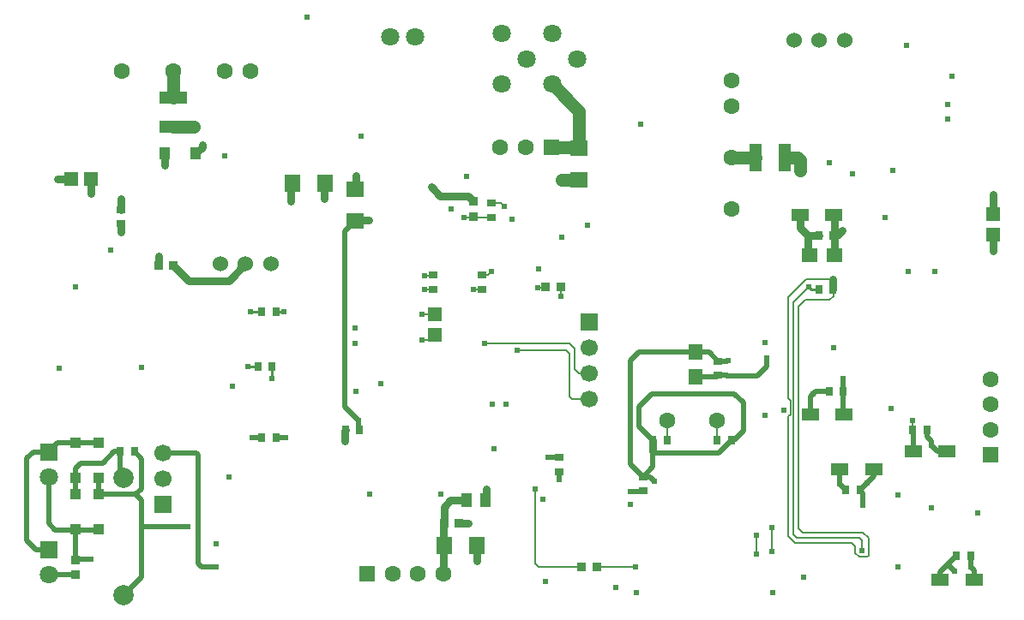
<source format=gbl>
G04 Layer: BottomLayer*
G04 EasyEDA Pro v2.2.42.2, 2025-09-26 15:24:21*
G04 Gerber Generator version 0.3*
G04 Scale: 100 percent, Rotated: No, Reflected: No*
G04 Dimensions in millimeters*
G04 Leading zeros omitted, absolute positions, 4 integers and 5 decimals*
G04 Generated by one-click*
%FSLAX45Y45*%
%MOMM*%
%ADD10R,0.8X0.9*%
%ADD11R,0.9X0.8*%
%ADD12R,1.35001X1.41*%
%ADD13R,1.72799X1.48501*%
%ADD14R,1.7575X1.29601*%
%ADD15R,1.5X1.3589*%
%ADD16R,1.3629X1.5*%
%ADD17R,1.3589X1.5*%
%ADD18R,1.8X1.8*%
%ADD19C,1.8*%
%ADD20R,1.0X1.2*%
%ADD21C,2.0*%
%ADD22R,1.0X1.1*%
%ADD23R,1.7X1.7*%
%ADD24C,1.7*%
%ADD25R,0.80648X0.86401*%
%ADD26R,0.86401X0.80648*%
%ADD27C,1.524*%
%ADD28R,1.6X1.6*%
%ADD29C,1.6*%
%ADD30R,1.6X1.524*%
%ADD31R,1.48501X1.72799*%
%ADD32R,1.13254X1.37701*%
%ADD33R,1.28252X2.808*%
%ADD34R,2.808X1.28252*%
%ADD35R,1.41X1.35001*%
%ADD36R,1.524X1.6*%
%ADD37C,0.61*%
%ADD38C,0.6096*%
%ADD39C,1.27*%
%ADD40C,0.762*%
%ADD41C,0.254*%
%ADD42C,0.508*%
%ADD43C,0.2032*%
G75*


G04 Pad Start*
G54D10*
G01X3333598Y-4419600D03*
G01X3473602Y-4419600D03*
G54D11*
G01X4203700Y-3029102D03*
G01X4203700Y-2889098D03*
G01X4686300Y-2889098D03*
G01X4686300Y-3029102D03*
G01X4775200Y-2317902D03*
G01X4775200Y-2177898D03*
G54D12*
G01X4216400Y-3478200D03*
G01X4216400Y-3278200D03*
G54D13*
G01X5638800Y-1631442D03*
G01X5638800Y-1949958D03*
G54D11*
G01X1117600Y-2241398D03*
G01X1117600Y-2381402D03*
G54D10*
G01X7003898Y-4521200D03*
G01X7143902Y-4521200D03*
G01X6368898Y-4521200D03*
G01X6508902Y-4521200D03*
G01X8147202Y-2501900D03*
G01X8007198Y-2501900D03*
G01X8007198Y-3035300D03*
G01X8147202Y-3035300D03*
G01X8248802Y-4038600D03*
G01X8108798Y-4038600D03*
G01X8273898Y-5016500D03*
G01X8413902Y-5016500D03*
G54D14*
G01X8213369Y-4813300D03*
G01X8550631Y-4813300D03*
G01X8258531Y-4267200D03*
G01X7921269Y-4267200D03*
G01X8156931Y-2298700D03*
G01X7819669Y-2298700D03*
G54D11*
G01X7010400Y-3880002D03*
G01X7010400Y-3739998D03*
G54D15*
G01X8159090Y-2692400D03*
G01X7919110Y-2692400D03*
G54D17*
G01X6794500Y-3891890D03*
G01X6794500Y-3651910D03*
G54D11*
G01X6273800Y-5023002D03*
G01X6273800Y-4882998D03*
G01X5448300Y-4832502D03*
G01X5448300Y-4692498D03*
G54D10*
G01X1111098Y-4635500D03*
G01X1251102Y-4635500D03*
G01X2649652Y-4495259D03*
G01X2509647Y-4495259D03*
G01X2469998Y-3797300D03*
G01X2610002Y-3797300D03*
G01X2506548Y-3251741D03*
G01X2646553Y-3251741D03*
G54D18*
G01X406400Y-4637507D03*
G54D19*
G01X406400Y-4887493D03*
G54D18*
G01X406400Y-5602707D03*
G54D19*
G01X406400Y-5852693D03*
G54D20*
G01X1546809Y-1689100D03*
G01X1856791Y-1689100D03*
G54D21*
G01X1143000Y-4893691D03*
G01X1143000Y-6053709D03*
G54D22*
G01X901700Y-5058905D03*
G01X901700Y-5405895D03*
G01X673100Y-5405895D03*
G01X673100Y-5058905D03*
G01X673100Y-4550905D03*
G01X673100Y-4897895D03*
G01X901700Y-4897895D03*
G01X901700Y-4550905D03*
G54D23*
G01X1529406Y-5154381D03*
G54D24*
G01X1529406Y-4900381D03*
G01X1529406Y-4646381D03*
G54D25*
G01X5309464Y-3009900D03*
G01X5460136Y-3009900D03*
G54D26*
G01X4597400Y-2159864D03*
G01X4597400Y-2310536D03*
G54D27*
G01X8013687Y-571500D03*
G01X8263700Y-571500D03*
G01X7763701Y-571500D03*
G01X2349487Y-2781300D03*
G01X2599500Y-2781300D03*
G01X2099501Y-2781300D03*
G54D25*
G01X5815736Y-5778500D03*
G01X5665064Y-5778500D03*
G54D26*
G01X673100Y-5853836D03*
G01X673100Y-5703164D03*
G54D19*
G01X4874966Y-503131D03*
G01X5374965Y-503131D03*
G01X5124978Y-753118D03*
G01X5624977Y-753118D03*
G01X4874966Y-1003130D03*
G01X5374965Y-1003130D03*
G54D28*
G01X5372100Y-1625600D03*
G54D29*
G01X5118100Y-1625600D03*
G01X4864100Y-1625600D03*
G01X7146280Y-969340D03*
G01X7146280Y-1223340D03*
G01X7146280Y-1731340D03*
G01X7146280Y-2239340D03*
G01X2400300Y-876300D03*
G01X2146300Y-876300D03*
G01X1638300Y-876300D03*
G01X1130300Y-876300D03*
G01X9702800Y-3917594D03*
G01X9702800Y-4167607D03*
G01X9702800Y-4417593D03*
G54D30*
G01X9702800Y-4667606D03*
G54D13*
G01X3429000Y-2356358D03*
G01X3429000Y-2037842D03*
G54D31*
G01X3131058Y-1981200D03*
G01X2812542Y-1981200D03*
G54D23*
G01X5740400Y-3352800D03*
G54D24*
G01X5740400Y-3606800D03*
G01X5740400Y-3860800D03*
G01X5740400Y-4114800D03*
G54D31*
G01X4311142Y-5562600D03*
G01X4629658Y-5562600D03*
G54D32*
G01X4719422Y-5118100D03*
G01X4526178Y-5118100D03*
G54D25*
G01X4306164Y-5346700D03*
G01X4456836Y-5346700D03*
G54D33*
G01X7675220Y-1727200D03*
G01X7386980Y-1727200D03*
G54D34*
G01X1638300Y-1426820D03*
G01X1638300Y-1138580D03*
G54D12*
G01X9728200Y-2487600D03*
G01X9728200Y-2287600D03*
G54D35*
G01X823900Y-1943100D03*
G01X623900Y-1943100D03*
G54D25*
G01X1637436Y-2794000D03*
G01X1486764Y-2794000D03*
G54D14*
G01X8937269Y-4635500D03*
G01X9274531Y-4635500D03*
G54D10*
G01X8934298Y-4419600D03*
G01X9074302Y-4419600D03*
G54D29*
G01X4299306Y-5842000D03*
G01X4049293Y-5842000D03*
G01X3799307Y-5842000D03*
G54D36*
G01X3549294Y-5842000D03*
G54D19*
G01X3773805Y-533400D03*
G01X4023995Y-533400D03*
G54D29*
G01X7001408Y-4330700D03*
G01X6511392Y-4330700D03*
G54D14*
G01X9541231Y-5905500D03*
G01X9203969Y-5905500D03*
G54D10*
G01X9506102Y-5664200D03*
G01X9366098Y-5664200D03*
G04 Pad End*

G04 Via Start*
G54D37*
G01X7823200Y-1854200D03*
G01X1841500Y-1422400D03*
G01X8337702Y-1892300D03*
G01X8737600Y-1854200D03*
G01X1923898Y-1600200D03*
G01X9283700Y-1346200D03*
G01X9729597Y-2654300D03*
G01X1116860Y-2133600D03*
G01X817695Y-2082800D03*
G01X1549400Y-1803400D03*
G01X673100Y-3009603D03*
G01X2374900Y-3797300D03*
G01X825500Y-5699768D03*
G01X2057400Y-5778500D03*
G01X1778000Y-5380990D03*
G01X2057400Y-5549900D03*
G01X2184400Y-4889500D03*
G01X2743200Y-4495259D03*
G01X2413000Y-4495259D03*
G54D38*
G01X2222500Y-3987800D03*
G01X2610002Y-3911600D03*
G01X2730500Y-3251741D03*
G01X2400300Y-3251741D03*
G01X507987Y-3810000D03*
G01X1016000Y-2641600D03*
G01X1117600Y-2463800D03*
G01X1487297Y-2705100D03*
G01X495300Y-1943100D03*
G01X2146300Y-1714500D03*
G01X2959100Y-342900D03*
G01X3568700Y-2349500D03*
G01X3441700Y-1905000D03*
G01X3124200Y-2138230D03*
G01X2794000Y-2159000D03*
G01X3492500Y-1513563D03*
G01X4533900Y-1917700D03*
G01X6248604Y-1394103D03*
G01X8115300Y-1778000D03*
G01X9283700Y-1199998D03*
G01X8877300Y-622300D03*
G01X9321800Y-925805D03*
G01X9728200Y-2095500D03*
G01X9156700Y-2849695D03*
G01X8890000Y-2857787D03*
G01X8661400Y-2323803D03*
G01X3569564Y-5054600D03*
G01X4279900Y-5054600D03*
G01X4546600Y-5346700D03*
G01X4635500Y-5715000D03*
G01X4724400Y-5003800D03*
G01X3327400Y-4533900D03*
G01X3441700Y-4038600D03*
G01X3683000Y-3962400D03*
G01X6146800Y-5029200D03*
G01X5448300Y-4914900D03*
G01X3429000Y-3416300D03*
G01X3429000Y-3562502D03*
G01X4089400Y-3276600D03*
G01X4089400Y-3530600D03*
G01X4114800Y-2895600D03*
G01X4114800Y-3035300D03*
G01X4179900Y-2019300D03*
G01X4379900Y-2237262D03*
G01X4507306Y-2324100D03*
G01X4902200Y-2209800D03*
G01X5473700Y-2514600D03*
G01X4978400Y-2338197D03*
G01X5721502Y-2400300D03*
G01X5473700Y-1949958D03*
G01X4775200Y-2857500D03*
G01X4597400Y-3035300D03*
G01X5245100Y-2832100D03*
G01X5232400Y-3012694D03*
G01X5460136Y-3098800D03*
G01X4787900Y-4165600D03*
G01X4921402Y-4165600D03*
G01X5029200Y-3632200D03*
G01X4711700Y-3568700D03*
G01X5308600Y-5918200D03*
G01X5283200Y-5105400D03*
G01X5334000Y-4692498D03*
G01X5207000Y-5003800D03*
G01X6197600Y-5778500D03*
G01X6210300Y-6032500D03*
G01X6001258Y-5981700D03*
G01X6146800Y-5156200D03*
G01X1320800Y-3804158D03*
G01X7556500Y-6032500D03*
G01X7861300Y-5880100D03*
G01X8242300Y-2451100D03*
G01X7899400Y-2501900D03*
G01X8147202Y-2933700D03*
G01X7912100Y-3009900D03*
G01X7663790Y-4222090D03*
G01X6388100Y-4927600D03*
G01X6368898Y-4635500D03*
G01X7086600Y-3880002D03*
G01X7112000Y-3733800D03*
G01X7493000Y-3708400D03*
G01X7480300Y-3556000D03*
G01X7480300Y-4279900D03*
G01X8153400Y-3606800D03*
G01X8248396Y-3911600D03*
G01X7948616Y-4065584D03*
G01X8724900Y-4205300D03*
G01X8934298Y-4330700D03*
G01X9118600Y-4575816D03*
G01X8213369Y-4955972D03*
G01X8445500Y-5168900D03*
G01X8484990Y-4945413D03*
G01X9575800Y-5243500D03*
G01X8788400Y-5778500D03*
G01X8788400Y-5067300D03*
G01X4800600Y-4610100D03*
G01X8432800Y-5613400D03*
G01X3467100Y-4330700D03*
G01X9512300Y-5778500D03*
G01X9347200Y-5816600D03*
G01X9118600Y-5192903D03*
G01X7393417Y-5651500D03*
G01X7393417Y-5461000D03*
G01X7543800Y-5384800D03*
G01X7543800Y-5626100D03*
G04 Via End*

G04 Track Start*
G54D39*
G01X5374965Y-1003130D02*
G01X5638800Y-1266966D01*
G01X5638800Y-1631442D01*
G01X5632958Y-1625600D01*
G01X5372100Y-1625600D01*
G01X7675220Y-1727200D02*
G01X7797800Y-1727200D01*
G01X7823200Y-1752600D01*
G01X7823200Y-1854200D01*
G01X7146280Y-1731340D02*
G01X7382840Y-1731340D01*
G01X7386980Y-1727200D01*
G01X1841500Y-1422400D02*
G01X1837080Y-1426820D01*
G01X1638300Y-1426820D01*
G01X1638300Y-1138580D02*
G01X1638300Y-876300D01*
G54D40*
G01X9729597Y-2654300D02*
G01X9729597Y-2488997D01*
G01X9728200Y-2487600D01*
G01X1117600Y-2241398D02*
G01X1117600Y-2134340D01*
G01X1116860Y-2133600D01*
G01X817695Y-2082800D02*
G01X817695Y-1949305D01*
G01X823900Y-1943100D01*
G01X1546809Y-1689100D02*
G01X1549400Y-1691691D01*
G01X1549400Y-1803400D01*
G54D41*
G01X2469998Y-3797300D02*
G01X2374900Y-3797300D01*
G54D42*
G01X406400Y-4637507D02*
G01X493001Y-4550905D01*
G01X673100Y-4550905D01*
G01X901700Y-4550905D01*
G01X406400Y-4637507D02*
G01X251993Y-4637507D01*
G01X190500Y-4699000D01*
G01X190500Y-5511800D01*
G01X281407Y-5602707D02*
G01X406400Y-5602707D01*
G01X190500Y-5511800D02*
G01X281407Y-5602707D01*
G01X673100Y-4897895D02*
G01X673100Y-5058905D01*
G01X901700Y-4897895D02*
G01X901700Y-5058905D01*
G01X406400Y-4887493D02*
G01X406400Y-5346700D01*
G01X469900Y-5410200D01*
G01X897395Y-5410200D02*
G01X901700Y-5405895D01*
G01X406400Y-5852693D02*
G01X671957Y-5852693D01*
G01X673100Y-5853836D01*
G01X673100Y-5703164D02*
G01X673100Y-5410200D01*
G01X673100Y-5405895D01*
G01X469900Y-5410200D02*
G01X673100Y-5410200D01*
G01X897395Y-5410200D01*
G01X1143000Y-4893691D02*
G01X1111098Y-4861789D01*
G01X1111098Y-4635500D01*
G01X901700Y-5058905D02*
G01X1265695Y-5058905D01*
G01X1320800Y-5003800D01*
G01X1320800Y-4705198D01*
G01X1251102Y-4635500D01*
G01X1265695Y-5058905D02*
G01X1320800Y-5114011D01*
G01X1320800Y-5875909D02*
G01X1143000Y-6053709D01*
G01X673100Y-4897895D02*
G01X673100Y-4800600D01*
G01X723900Y-4749800D01*
G01X939800Y-4749800D01*
G01X1054100Y-4635500D02*
G01X1111098Y-4635500D01*
G01X939800Y-4749800D02*
G01X1054100Y-4635500D01*
G01X825500Y-5699768D02*
G01X676496Y-5699768D01*
G01X673100Y-5703164D01*
G01X1778000Y-5380990D02*
G01X1323981Y-5380990D01*
G01X1320800Y-5384171D01*
G01X1320800Y-5114011D02*
G01X1320800Y-5384171D01*
G01X1320800Y-5875909D01*
G01X1861946Y-4646381D02*
G01X1879600Y-4664035D01*
G01X1879600Y-5740400D02*
G01X1917700Y-5778500D01*
G01X2057400Y-5778500D01*
G01X1529406Y-4646381D02*
G01X1861946Y-4646381D01*
G01X1879600Y-4664035D02*
G01X1879600Y-5740400D01*
G01X2649652Y-4495259D02*
G01X2743200Y-4495259D01*
G01X2509647Y-4495259D02*
G01X2413000Y-4495259D01*
G54D41*
G01X2610002Y-3797300D02*
G01X2610002Y-3911600D01*
G01X2646553Y-3251741D02*
G01X2730500Y-3251741D01*
G01X2506548Y-3251741D02*
G01X2400300Y-3251741D01*
G54D40*
G01X1117600Y-2381402D02*
G01X1117600Y-2463800D01*
G01X1487297Y-2705100D02*
G01X1487297Y-2793467D01*
G01X1486764Y-2794000D01*
G01X623900Y-1943100D02*
G01X495300Y-1943100D01*
G01X1637436Y-2794000D02*
G01X1789836Y-2946400D01*
G01X2184387Y-2946400D02*
G01X2349487Y-2781300D01*
G01X1789836Y-2946400D02*
G01X2184387Y-2946400D01*
G01X1856791Y-1689100D02*
G01X1923898Y-1621993D01*
G01X1923898Y-1600200D01*
G01X3568700Y-2349500D02*
G01X3435858Y-2349500D01*
G01X3429000Y-2356358D01*
G01X3429000Y-2037842D02*
G01X3441700Y-2025142D01*
G01X3441700Y-1905000D01*
G01X3124200Y-2138230D02*
G01X3124200Y-1988058D01*
G01X3131058Y-1981200D01*
G01X2794000Y-2159000D02*
G01X2794000Y-1999742D01*
G01X2812542Y-1981200D01*
G01X9728200Y-2287600D02*
G01X9728200Y-2095500D01*
G01X4456836Y-5346700D02*
G01X4546600Y-5346700D01*
G01X4629658Y-5562600D02*
G01X4635500Y-5568442D01*
G01X4635500Y-5715000D01*
G01X4299306Y-5353558D02*
G01X4306164Y-5346700D01*
G01X4306164Y-5180736D01*
G01X4368800Y-5118100D01*
G01X4526178Y-5118100D01*
G01X4299306Y-5842000D02*
G01X4299306Y-5353558D01*
G01X4719422Y-5118100D02*
G01X4724400Y-5113122D01*
G01X4724400Y-5003800D01*
G01X3327400Y-4533900D02*
G01X3327400Y-4425798D01*
G01X3333598Y-4419600D01*
G54D42*
G01X6146800Y-5029200D02*
G01X6267602Y-5029200D01*
G01X6273800Y-5023002D01*
G01X5448300Y-4832502D02*
G01X5448300Y-4914900D01*
G54D43*
G01X4089400Y-3276600D02*
G01X4214800Y-3276600D01*
G01X4216400Y-3278200D01*
G01X4216400Y-3478200D02*
G01X4164000Y-3530600D01*
G01X4089400Y-3530600D01*
G01X4203700Y-2889098D02*
G01X4197198Y-2895600D01*
G01X4114800Y-2895600D01*
G01X4114800Y-3035300D02*
G01X4197502Y-3035300D01*
G01X4203700Y-3029102D01*
G01X4769002Y-2324100D02*
G01X4775200Y-2317902D01*
G01X4507306Y-2324100D02*
G01X4769002Y-2324100D01*
G54D40*
G01X4597400Y-2159864D02*
G01X4545736Y-2108200D01*
G01X4268800Y-2108200D02*
G01X4179900Y-2019300D01*
G01X4545736Y-2108200D02*
G01X4268800Y-2108200D01*
G54D43*
G01X4775200Y-2177898D02*
G01X4870298Y-2177898D01*
G01X4902200Y-2209800D01*
G54D39*
G01X5638800Y-1949958D02*
G01X5473700Y-1949958D01*
G54D43*
G01X4686300Y-2889098D02*
G01X4743602Y-2889098D01*
G01X4775200Y-2857500D01*
G01X4686300Y-3029102D02*
G01X4680102Y-3035300D01*
G01X4597400Y-3035300D01*
G01X5232400Y-3012694D02*
G01X5306670Y-3012694D01*
G01X5309464Y-3009900D01*
G01X5460136Y-3009900D02*
G01X5460136Y-3098800D01*
G01X5575300Y-4114800D02*
G01X5549900Y-4089400D01*
G01X5549900Y-3670812D01*
G01X5511288Y-3632200D01*
G01X5029200Y-3632200D01*
G01X5740400Y-4114800D02*
G01X5575300Y-4114800D01*
G01X4711700Y-3568700D02*
G01X5549900Y-3568700D01*
G01X5600700Y-3822700D02*
G01X5638800Y-3860800D01*
G01X5740400Y-3860800D01*
G01X5549900Y-3568700D02*
G01X5600700Y-3619500D01*
G01X5600700Y-3822700D01*
G54D42*
G01X5448300Y-4692498D02*
G01X5334000Y-4692498D01*
G54D43*
G01X5207000Y-5003800D02*
G01X5207000Y-5740400D01*
G01X5245100Y-5778500D01*
G01X5665064Y-5778500D01*
G01X5815736Y-5778500D02*
G01X6197600Y-5778500D01*
G54D40*
G01X8156931Y-2298700D02*
G01X8159090Y-2300859D01*
G01X8191500Y-2501900D02*
G01X8242300Y-2451100D01*
G01X8147202Y-2501900D02*
G01X8159090Y-2501900D01*
G01X8191500Y-2501900D01*
G01X8159090Y-2300859D02*
G01X8159090Y-2501900D01*
G01X8159090Y-2692400D01*
G01X7899400Y-2501900D02*
G01X8007198Y-2501900D01*
G01X7819669Y-2298700D02*
G01X7819669Y-2422169D01*
G01X7899400Y-2501900D01*
G01X7919110Y-2692400D02*
G01X7899400Y-2672690D01*
G01X7899400Y-2501900D01*
G01X8147202Y-3035300D02*
G01X8147202Y-2933700D01*
G54D41*
G01X8007198Y-3035300D02*
G01X7937500Y-3035300D01*
G01X7912100Y-3009900D01*
G54D43*
G01X6508902Y-4521200D02*
G01X6511392Y-4518711D01*
G01X6511392Y-4330700D01*
G01X7003898Y-4521200D02*
G01X7003898Y-4333189D01*
G01X7001408Y-4330700D01*
G54D40*
G01X6368898Y-4521200D02*
G01X6368898Y-4635500D01*
G54D42*
G01X6368898Y-4521200D02*
G01X6235700Y-4388002D01*
G01X7175500Y-4064000D02*
G01X7264400Y-4152900D01*
G01X7264400Y-4432300D01*
G01X7175500Y-4521200D01*
G01X7143902Y-4521200D01*
G01X6235700Y-4388002D02*
G01X6235700Y-4191000D01*
G01X6362700Y-4064000D01*
G01X7175500Y-4064000D01*
G01X7143902Y-4521200D02*
G01X7084538Y-4580565D01*
G01X7084538Y-4583034D01*
G01X7060731Y-4606840D01*
G01X7058262Y-4606840D01*
G01X7016902Y-4648200D01*
G01X6794500Y-3891890D02*
G01X6998513Y-3891890D01*
G01X7010400Y-3880002D01*
G01X7086600Y-3880002D01*
G01X6794500Y-3651910D02*
G01X6922313Y-3651910D01*
G01X7010400Y-3739998D01*
G01X7105802Y-3739998D01*
G01X7112000Y-3733800D01*
G01X7493000Y-3708400D02*
G01X7493000Y-3797300D01*
G01X7404100Y-3886200D01*
G01X7092798Y-3886200D01*
G01X7086600Y-3880002D01*
G01X6273800Y-4882998D02*
G01X6343498Y-4882998D01*
G01X6388100Y-4927600D01*
G01X8248396Y-3911600D02*
G01X8248396Y-4038194D01*
G01X8248802Y-4038600D01*
G01X8248802Y-4257472D01*
G01X8258531Y-4267200D01*
G01X8937269Y-4635500D02*
G01X8937269Y-4422572D01*
G01X8934298Y-4419600D01*
G54D43*
G01X8934298Y-4419600D02*
G01X8934298Y-4330700D01*
G54D42*
G01X8213369Y-4813300D02*
G01X8213369Y-4955972D01*
G01X8273898Y-5016500D01*
G01X8445500Y-5168900D02*
G01X8445500Y-5048098D01*
G01X8413902Y-5016500D01*
G01X8550631Y-4879772D02*
G01X8550631Y-4813300D01*
G01X8413902Y-5016500D02*
G01X8484990Y-4945413D01*
G01X8550631Y-4879772D01*
G54D43*
G01X8407400Y-5486400D02*
G01X8432800Y-5511800D01*
G01X8432800Y-5613400D01*
G01X7759700Y-5456135D02*
G01X7789965Y-5486400D01*
G01X8407400Y-5486400D01*
G01X7759700Y-3162300D02*
G01X7759700Y-5456135D01*
G01X7912100Y-3009900D02*
G01X7759700Y-3162300D01*
G54D42*
G01X3467100Y-4330700D02*
G01X3467100Y-4413098D01*
G01X3473602Y-4419600D01*
G01X3467100Y-4330700D02*
G01X3327400Y-4191000D01*
G01X3327400Y-2457958D02*
G01X3429000Y-2356358D01*
G01X3327400Y-4191000D02*
G01X3327400Y-2457958D01*
G01X6381598Y-4648200D02*
G01X6368898Y-4635500D01*
G01X7016902Y-4648200D02*
G01X6381598Y-4648200D01*
G01X6273800Y-4882998D02*
G01X6368898Y-4787900D01*
G01X6368898Y-4635500D01*
G01X6273800Y-4882998D02*
G01X6146800Y-4755998D01*
G01X6228690Y-3651910D02*
G01X6794500Y-3651910D01*
G01X6146800Y-4755998D02*
G01X6146800Y-3733800D01*
G01X6228690Y-3651910D01*
G54D43*
G01X8147202Y-2933700D02*
G01X7886700Y-2933700D01*
G01X7708900Y-3111500D02*
G01X7708900Y-4110653D01*
G01X7886700Y-2933700D02*
G01X7708900Y-3111500D01*
G01X7708900Y-4110653D02*
G01X7729220Y-4130973D01*
G01X8153400Y-3041498D02*
G01X8147202Y-3035300D01*
G01X8153400Y-3098800D02*
G01X8153400Y-3041498D01*
G01X8115300Y-3136900D02*
G01X8153400Y-3098800D01*
G01X7874000Y-3136900D02*
G01X8115300Y-3136900D01*
G01X7810500Y-3200400D02*
G01X7874000Y-3136900D01*
G01X7810500Y-5397500D02*
G01X7810500Y-3200400D01*
G01X7848600Y-5435600D02*
G01X7810500Y-5397500D01*
G01X8445500Y-5435600D02*
G01X7848600Y-5435600D01*
G01X8497969Y-5488069D02*
G01X8445500Y-5435600D01*
G01X8497969Y-5662531D02*
G01X8497969Y-5488069D01*
G01X8483600Y-5676900D02*
G01X8497969Y-5662531D01*
G01X8407400Y-5676900D02*
G01X8483600Y-5676900D01*
G01X8369300Y-5638800D02*
G01X8407400Y-5676900D01*
G01X8369300Y-5575300D02*
G01X8369300Y-5638800D01*
G01X8331200Y-5537200D02*
G01X8369300Y-5575300D01*
G01X7772400Y-5537200D02*
G01X8331200Y-5537200D01*
G01X7708900Y-5473700D02*
G01X7772400Y-5537200D01*
G01X7708900Y-4287234D02*
G01X7708900Y-5473700D01*
G01X7729220Y-4266914D02*
G01X7708900Y-4287234D01*
G01X7729220Y-4130973D02*
G01X7729220Y-4266914D01*
G54D42*
G01X7921269Y-4092931D02*
G01X7948616Y-4065584D01*
G01X7921269Y-4267200D02*
G01X7921269Y-4092931D01*
G01X7975600Y-4038600D02*
G01X8108798Y-4038600D01*
G01X7948616Y-4065584D02*
G01X7975600Y-4038600D01*
G01X9512300Y-5778500D02*
G01X9512300Y-5670398D01*
G01X9506102Y-5664200D01*
G01X9512300Y-5778500D02*
G01X9541231Y-5807431D01*
G01X9541231Y-5905500D01*
G01X9203969Y-5826328D02*
G01X9203969Y-5905500D01*
G01X9278926Y-5751371D02*
G01X9344155Y-5816600D01*
G01X9347200Y-5816600D01*
G01X9366098Y-5664200D02*
G01X9278926Y-5751371D01*
G01X9203969Y-5826328D01*
G54D43*
G01X7393417Y-5651500D02*
G01X7393417Y-5461000D01*
G01X7543800Y-5384800D02*
G01X7543800Y-5626100D01*
G54D42*
G01X9074302Y-4419600D02*
G01X9074302Y-4489602D01*
G01X9118600Y-4533900D02*
G01X9118600Y-4575816D01*
G01X9074302Y-4489602D02*
G01X9118600Y-4533900D01*
G01X9118600Y-4575816D02*
G01X9178284Y-4635500D01*
G01X9274531Y-4635500D01*
G04 Track End*

M02*


</source>
